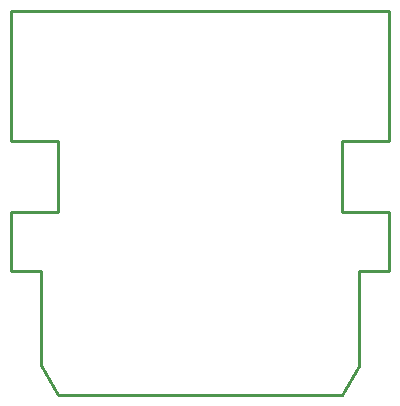
<source format=gko>
G04 Layer: BoardOutlineLayer*
G04 EasyEDA v6.5.34, 2023-08-08 23:12:56*
G04 417032f779d546a0bdf4f7a8fd0aa538,e87ba6ffdfb0417d91de07616a749205,10*
G04 Gerber Generator version 0.2*
G04 Scale: 100 percent, Rotated: No, Reflected: No *
G04 Dimensions in millimeters *
G04 leading zeros omitted , absolute positions ,4 integer and 5 decimal *
%FSLAX45Y45*%
%MOMM*%

%ADD10C,0.2540*%
D10*
X-1350009Y0D02*
G01*
X-1599945Y0D01*
X-1599945Y500126D01*
X-1199895Y500126D01*
X-1199895Y1100073D01*
X-1599945Y1100073D01*
X-1599945Y2199894D01*
X1599945Y2199894D01*
X1599945Y1100073D01*
X1199895Y1100073D01*
X1199895Y500126D01*
X1599945Y500126D01*
X1599945Y0D01*
X1350009Y0D01*
X-1349999Y-800000D02*
G01*
X-1349999Y0D01*
X-1200000Y-1050000D02*
G01*
X-1349999Y-800000D01*
X1200000Y-1050000D02*
G01*
X-1200000Y-1050000D01*
X1200000Y-1050000D02*
G01*
X1350002Y-807999D01*
X1349999Y0D01*

%LPD*%
M02*

</source>
